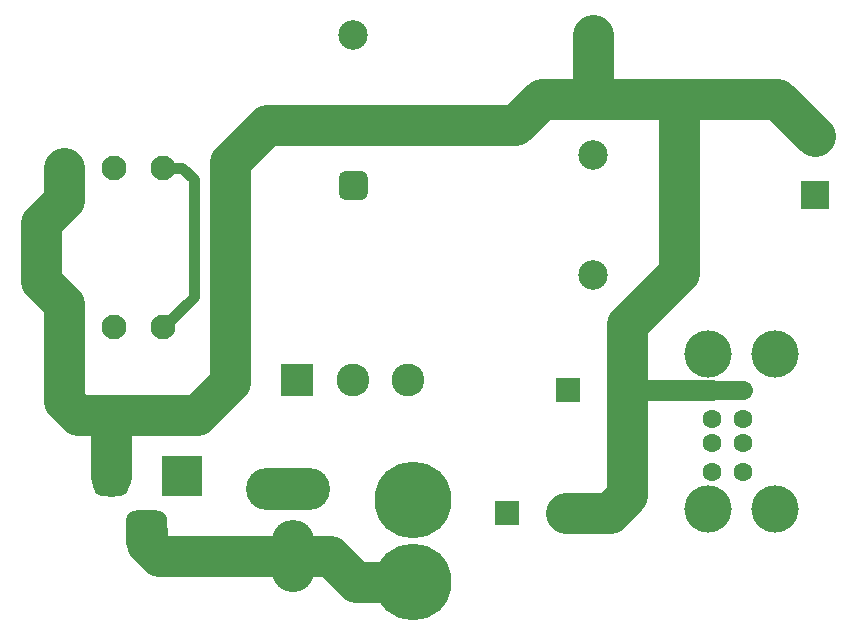
<source format=gbl>
G04 #@! TF.GenerationSoftware,KiCad,Pcbnew,(5.1.6)-1*
G04 #@! TF.CreationDate,2022-01-28T10:44:45+01:00*
G04 #@! TF.ProjectId,Supply_5V,53757070-6c79-45f3-9556-2e6b69636164,rev?*
G04 #@! TF.SameCoordinates,Original*
G04 #@! TF.FileFunction,Copper,L2,Bot*
G04 #@! TF.FilePolarity,Positive*
%FSLAX46Y46*%
G04 Gerber Fmt 4.6, Leading zero omitted, Abs format (unit mm)*
G04 Created by KiCad (PCBNEW (5.1.6)-1) date 2022-01-28 10:44:45*
%MOMM*%
%LPD*%
G01*
G04 APERTURE LIST*
G04 #@! TA.AperFunction,ComponentPad*
%ADD10C,2.500000*%
G04 #@! TD*
G04 #@! TA.AperFunction,ComponentPad*
%ADD11C,1.600000*%
G04 #@! TD*
G04 #@! TA.AperFunction,ComponentPad*
%ADD12C,4.000000*%
G04 #@! TD*
G04 #@! TA.AperFunction,ComponentPad*
%ADD13C,2.775000*%
G04 #@! TD*
G04 #@! TA.AperFunction,ComponentPad*
%ADD14R,2.775000X2.775000*%
G04 #@! TD*
G04 #@! TA.AperFunction,ComponentPad*
%ADD15R,2.400000X2.400000*%
G04 #@! TD*
G04 #@! TA.AperFunction,ComponentPad*
%ADD16C,2.400000*%
G04 #@! TD*
G04 #@! TA.AperFunction,ComponentPad*
%ADD17R,3.500000X3.500000*%
G04 #@! TD*
G04 #@! TA.AperFunction,ComponentPad*
%ADD18R,2.100000X2.100000*%
G04 #@! TD*
G04 #@! TA.AperFunction,ComponentPad*
%ADD19C,2.100000*%
G04 #@! TD*
G04 #@! TA.AperFunction,ComponentPad*
%ADD20C,6.500000*%
G04 #@! TD*
G04 #@! TA.AperFunction,ComponentPad*
%ADD21R,2.000000X2.000000*%
G04 #@! TD*
G04 #@! TA.AperFunction,ComponentPad*
%ADD22C,2.000000*%
G04 #@! TD*
G04 #@! TA.AperFunction,ComponentPad*
%ADD23O,7.112000X3.556000*%
G04 #@! TD*
G04 #@! TA.AperFunction,ComponentPad*
%ADD24O,3.556000X6.112000*%
G04 #@! TD*
G04 #@! TA.AperFunction,Conductor*
%ADD25C,3.500000*%
G04 #@! TD*
G04 #@! TA.AperFunction,Conductor*
%ADD26C,1.600000*%
G04 #@! TD*
G04 #@! TA.AperFunction,Conductor*
%ADD27C,1.750000*%
G04 #@! TD*
G04 #@! TA.AperFunction,Conductor*
%ADD28C,0.900000*%
G04 #@! TD*
G04 APERTURE END LIST*
G04 #@! TA.AperFunction,ComponentPad*
G36*
G01*
X161355000Y-63160000D02*
X160105000Y-63160000D01*
G75*
G02*
X159480000Y-62535000I0J625000D01*
G01*
X159480000Y-61285000D01*
G75*
G02*
X160105000Y-60660000I625000J0D01*
G01*
X161355000Y-60660000D01*
G75*
G02*
X161980000Y-61285000I0J-625000D01*
G01*
X161980000Y-62535000D01*
G75*
G02*
X161355000Y-63160000I-625000J0D01*
G01*
G37*
G04 #@! TD.AperFunction*
D10*
X160730000Y-56830000D03*
X181050000Y-69530000D03*
X181050000Y-59370000D03*
X181050000Y-49210000D03*
X160730000Y-49210000D03*
D11*
X191100000Y-86210000D03*
X193720000Y-86210000D03*
X191100000Y-83710000D03*
X193720000Y-83710000D03*
X191100000Y-81710000D03*
X193720000Y-81710000D03*
X191100000Y-79210000D03*
X193720000Y-79210000D03*
D12*
X196430000Y-89280000D03*
X196430000Y-76140000D03*
X190750000Y-89280000D03*
X190750000Y-76140000D03*
D13*
X165390000Y-78360000D03*
X160690000Y-78360000D03*
D14*
X155990000Y-78360000D03*
D15*
X199790000Y-62720000D03*
D16*
X199790000Y-57720000D03*
D17*
X146220000Y-86470000D03*
G04 #@! TA.AperFunction,ComponentPad*
G36*
G01*
X138720000Y-87470000D02*
X138720000Y-85470000D01*
G75*
G02*
X139470000Y-84720000I750000J0D01*
G01*
X140970000Y-84720000D01*
G75*
G02*
X141720000Y-85470000I0J-750000D01*
G01*
X141720000Y-87470000D01*
G75*
G02*
X140970000Y-88220000I-750000J0D01*
G01*
X139470000Y-88220000D01*
G75*
G02*
X138720000Y-87470000I0J750000D01*
G01*
G37*
G04 #@! TD.AperFunction*
G04 #@! TA.AperFunction,ComponentPad*
G36*
G01*
X141470000Y-92045000D02*
X141470000Y-90295000D01*
G75*
G02*
X142345000Y-89420000I875000J0D01*
G01*
X144095000Y-89420000D01*
G75*
G02*
X144970000Y-90295000I0J-875000D01*
G01*
X144970000Y-92045000D01*
G75*
G02*
X144095000Y-92920000I-875000J0D01*
G01*
X142345000Y-92920000D01*
G75*
G02*
X141470000Y-92045000I0J875000D01*
G01*
G37*
G04 #@! TD.AperFunction*
D18*
X136240000Y-73880000D03*
D19*
X140440000Y-73880000D03*
X144640000Y-73880000D03*
D18*
X136240000Y-60400000D03*
D19*
X140440000Y-60400000D03*
X144640000Y-60400000D03*
D20*
X165770000Y-95520000D03*
X165770000Y-88570000D03*
D21*
X173710000Y-89620000D03*
D22*
X178710000Y-89620000D03*
D21*
X178940000Y-79250000D03*
D22*
X183940000Y-79250000D03*
D23*
X155200000Y-87570000D03*
D24*
X155636600Y-93270000D03*
D25*
X150330000Y-59960000D02*
X153460000Y-56830000D01*
X153460000Y-56830000D02*
X160730000Y-56830000D01*
X150330000Y-59960000D02*
X150330000Y-78520000D01*
X150330000Y-78520000D02*
X147490000Y-81360000D01*
X136240000Y-80180000D02*
X136240000Y-73880000D01*
X137420000Y-81360000D02*
X136240000Y-80180000D01*
X140220000Y-82230000D02*
X141090000Y-81360000D01*
X140220000Y-86470000D02*
X140220000Y-82230000D01*
X147490000Y-81360000D02*
X141090000Y-81360000D01*
X141090000Y-81360000D02*
X137420000Y-81360000D01*
X136240000Y-73880000D02*
X136240000Y-71910000D01*
X136240000Y-71910000D02*
X134290000Y-69960000D01*
X134290000Y-69960000D02*
X134290000Y-65080000D01*
X136240000Y-63130000D02*
X136240000Y-60400000D01*
X134290000Y-65080000D02*
X136240000Y-63130000D01*
X160730000Y-56830000D02*
X174420000Y-56830000D01*
X174420000Y-56830000D02*
X176700000Y-54550000D01*
X196620000Y-54550000D02*
X199790000Y-57720000D01*
X181050000Y-49210000D02*
X181050000Y-53720000D01*
X176700000Y-54550000D02*
X180220000Y-54550000D01*
X181050000Y-53720000D02*
X180220000Y-54550000D01*
X180220000Y-54550000D02*
X185900000Y-54550000D01*
X185900000Y-54550000D02*
X188290000Y-54550000D01*
X188290000Y-54550000D02*
X196620000Y-54550000D01*
X182420000Y-89620000D02*
X178710000Y-89620000D01*
D26*
X191100000Y-79210000D02*
X193720000Y-79210000D01*
D25*
X188290000Y-69300000D02*
X188290000Y-54550000D01*
D27*
X183955001Y-79265001D02*
X183940000Y-79250000D01*
X191100000Y-79265001D02*
X183955001Y-79265001D01*
D25*
X183940000Y-73650000D02*
X188290000Y-69300000D01*
X183940000Y-79250000D02*
X183940000Y-73650000D01*
X183940000Y-88100000D02*
X182420000Y-89620000D01*
X183940000Y-79250000D02*
X183940000Y-88100000D01*
X143220000Y-91170000D02*
X143220000Y-92250000D01*
X144280000Y-93310000D02*
X156166600Y-93310000D01*
X143220000Y-92250000D02*
X144280000Y-93310000D01*
X156166600Y-93310000D02*
X158730000Y-93310000D01*
X160940000Y-95520000D02*
X165770000Y-95520000D01*
X158730000Y-93310000D02*
X160940000Y-95520000D01*
D28*
X144640000Y-60400000D02*
X146200000Y-60400000D01*
X146200000Y-60400000D02*
X147200000Y-61400000D01*
X147200000Y-71320000D02*
X144640000Y-73880000D01*
X147200000Y-61400000D02*
X147200000Y-71320000D01*
M02*

</source>
